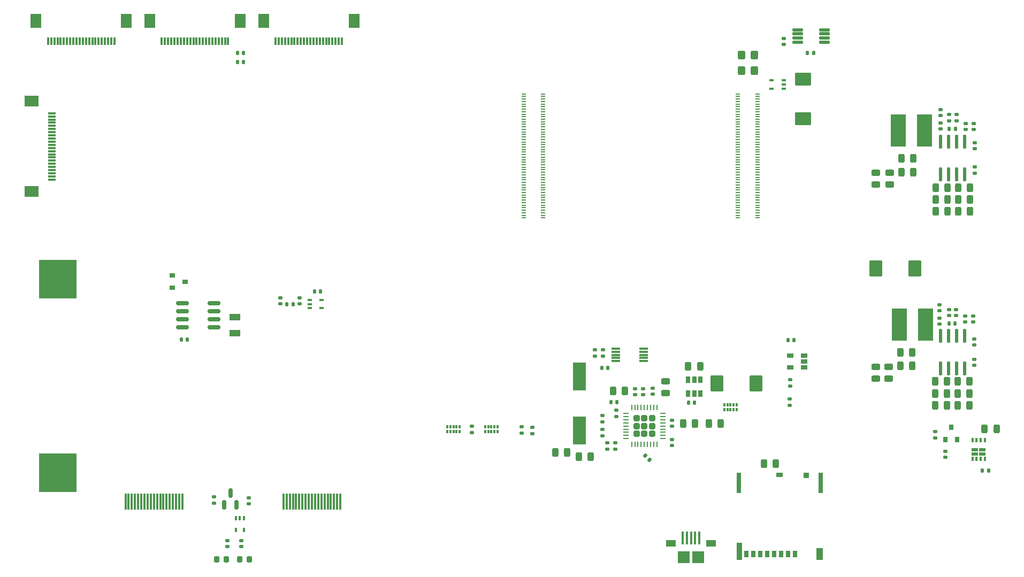
<source format=gbr>
G04 #@! TF.GenerationSoftware,KiCad,Pcbnew,(6.0.7)*
G04 #@! TF.CreationDate,2022-08-11T17:03:55+02:00*
G04 #@! TF.ProjectId,CM4IOv5,434d3449-4f76-4352-9e6b-696361645f70,rev?*
G04 #@! TF.SameCoordinates,Original*
G04 #@! TF.FileFunction,Paste,Top*
G04 #@! TF.FilePolarity,Positive*
%FSLAX46Y46*%
G04 Gerber Fmt 4.6, Leading zero omitted, Abs format (unit mm)*
G04 Created by KiCad (PCBNEW (6.0.7)) date 2022-08-11 17:03:55*
%MOMM*%
%LPD*%
G01*
G04 APERTURE LIST*
G04 Aperture macros list*
%AMRoundRect*
0 Rectangle with rounded corners*
0 $1 Rounding radius*
0 $2 $3 $4 $5 $6 $7 $8 $9 X,Y pos of 4 corners*
0 Add a 4 corners polygon primitive as box body*
4,1,4,$2,$3,$4,$5,$6,$7,$8,$9,$2,$3,0*
0 Add four circle primitives for the rounded corners*
1,1,$1+$1,$2,$3*
1,1,$1+$1,$4,$5*
1,1,$1+$1,$6,$7*
1,1,$1+$1,$8,$9*
0 Add four rect primitives between the rounded corners*
20,1,$1+$1,$2,$3,$4,$5,0*
20,1,$1+$1,$4,$5,$6,$7,0*
20,1,$1+$1,$6,$7,$8,$9,0*
20,1,$1+$1,$8,$9,$2,$3,0*%
G04 Aperture macros list end*
%ADD10R,6.000000X6.150000*%
%ADD11RoundRect,0.147500X0.172500X-0.147500X0.172500X0.147500X-0.172500X0.147500X-0.172500X-0.147500X0*%
%ADD12RoundRect,0.243750X0.243750X0.456250X-0.243750X0.456250X-0.243750X-0.456250X0.243750X-0.456250X0*%
%ADD13RoundRect,0.147500X-0.172500X0.147500X-0.172500X-0.147500X0.172500X-0.147500X0.172500X0.147500X0*%
%ADD14RoundRect,0.147500X-0.147500X-0.172500X0.147500X-0.172500X0.147500X0.172500X-0.147500X0.172500X0*%
%ADD15RoundRect,0.243750X-0.243750X-0.456250X0.243750X-0.456250X0.243750X0.456250X-0.243750X0.456250X0*%
%ADD16RoundRect,0.243750X-0.456250X0.243750X-0.456250X-0.243750X0.456250X-0.243750X0.456250X0.243750X0*%
%ADD17R,0.300000X1.300000*%
%ADD18R,1.800000X2.200000*%
%ADD19RoundRect,0.147500X0.147500X0.172500X-0.147500X0.172500X-0.147500X-0.172500X0.147500X-0.172500X0*%
%ADD20R,0.300000X0.550000*%
%ADD21R,0.400000X0.550000*%
%ADD22RoundRect,0.150000X0.150000X-0.587500X0.150000X0.587500X-0.150000X0.587500X-0.150000X-0.587500X0*%
%ADD23RoundRect,0.218750X0.218750X0.256250X-0.218750X0.256250X-0.218750X-0.256250X0.218750X-0.256250X0*%
%ADD24RoundRect,0.125000X-0.687500X-0.125000X0.687500X-0.125000X0.687500X0.125000X-0.687500X0.125000X0*%
%ADD25RoundRect,0.243750X0.456250X-0.243750X0.456250X0.243750X-0.456250X0.243750X-0.456250X-0.243750X0*%
%ADD26R,2.000000X4.500000*%
%ADD27R,0.650000X0.400000*%
%ADD28RoundRect,0.247500X0.247500X-0.247500X0.247500X0.247500X-0.247500X0.247500X-0.247500X-0.247500X0*%
%ADD29RoundRect,0.062500X0.062500X-0.350000X0.062500X0.350000X-0.062500X0.350000X-0.062500X-0.350000X0*%
%ADD30RoundRect,0.062500X0.350000X-0.062500X0.350000X0.062500X-0.350000X0.062500X-0.350000X-0.062500X0*%
%ADD31R,0.400000X2.000000*%
%ADD32R,1.900000X1.900000*%
%ADD33R,1.500000X1.000000*%
%ADD34R,0.400000X0.650000*%
%ADD35R,1.060000X0.650000*%
%ADD36R,0.300000X2.600000*%
%ADD37R,0.650000X1.060000*%
%ADD38R,1.400000X0.300000*%
%ADD39RoundRect,0.147500X-0.226274X-0.017678X-0.017678X-0.226274X0.226274X0.017678X0.017678X0.226274X0*%
%ADD40R,0.800000X0.900000*%
%ADD41R,2.350000X5.100000*%
%ADD42RoundRect,0.112500X0.112500X-0.962500X0.112500X0.962500X-0.112500X0.962500X-0.112500X-0.962500X0*%
%ADD43RoundRect,0.249999X-0.325001X-0.450001X0.325001X-0.450001X0.325001X0.450001X-0.325001X0.450001X0*%
%ADD44R,0.900000X0.800000*%
%ADD45RoundRect,0.150000X0.825000X0.150000X-0.825000X0.150000X-0.825000X-0.150000X0.825000X-0.150000X0*%
%ADD46R,1.800000X1.000000*%
%ADD47R,0.700000X1.100000*%
%ADD48R,0.900000X0.930000*%
%ADD49R,1.050000X0.780000*%
%ADD50R,0.860000X2.800000*%
%ADD51R,0.700000X3.330000*%
%ADD52R,1.140000X1.830000*%
%ADD53R,1.300000X0.300000*%
%ADD54R,2.200000X1.800000*%
%ADD55R,0.420000X0.700000*%
%ADD56R,1.000000X0.600000*%
%ADD57RoundRect,0.250000X-0.787500X-1.025000X0.787500X-1.025000X0.787500X1.025000X-0.787500X1.025000X0*%
%ADD58RoundRect,0.250000X1.025000X-0.787500X1.025000X0.787500X-1.025000X0.787500X-1.025000X-0.787500X0*%
%ADD59R,0.700000X0.200000*%
G04 APERTURE END LIST*
D10*
X86800000Y-145125000D03*
X86800000Y-114475000D03*
D11*
X152300000Y-138785000D03*
X152300000Y-137815000D03*
D12*
X200387500Y-143750000D03*
X198512500Y-143750000D03*
D11*
X111550000Y-149985000D03*
X111550000Y-149015000D03*
X117000000Y-150085000D03*
X117000000Y-149115000D03*
D13*
X201700000Y-76415000D03*
X201700000Y-77385000D03*
D14*
X233115000Y-144800000D03*
X234085000Y-144800000D03*
D15*
X220262500Y-95400000D03*
X222137500Y-95400000D03*
X220262500Y-97550000D03*
X222137500Y-97550000D03*
D16*
X216250000Y-97650000D03*
X216250000Y-99525000D03*
X218400000Y-97662500D03*
X218400000Y-99537500D03*
D17*
X85250000Y-76850000D03*
X85750000Y-76850000D03*
X86250000Y-76850000D03*
X86750000Y-76850000D03*
X87250000Y-76850000D03*
X87750000Y-76850000D03*
X88250000Y-76850000D03*
X88750000Y-76850000D03*
X89250000Y-76850000D03*
X89750000Y-76850000D03*
X90250000Y-76850000D03*
X90750000Y-76850000D03*
X91250000Y-76850000D03*
X91750000Y-76850000D03*
X92250000Y-76850000D03*
X92750000Y-76850000D03*
X93250000Y-76850000D03*
X93750000Y-76850000D03*
X94250000Y-76850000D03*
X94750000Y-76850000D03*
X95250000Y-76850000D03*
X95750000Y-76850000D03*
D18*
X83350000Y-73600000D03*
X97650000Y-73600000D03*
D17*
X121250000Y-76850000D03*
X121750000Y-76850000D03*
X122250000Y-76850000D03*
X122750000Y-76850000D03*
X123250000Y-76850000D03*
X123750000Y-76850000D03*
X124250000Y-76850000D03*
X124750000Y-76850000D03*
X125250000Y-76850000D03*
X125750000Y-76850000D03*
X126250000Y-76850000D03*
X126750000Y-76850000D03*
X127250000Y-76850000D03*
X127750000Y-76850000D03*
X128250000Y-76850000D03*
X128750000Y-76850000D03*
X129250000Y-76850000D03*
X129750000Y-76850000D03*
X130250000Y-76850000D03*
X130750000Y-76850000D03*
X131250000Y-76850000D03*
X131750000Y-76850000D03*
D18*
X133650000Y-73600000D03*
X119350000Y-73600000D03*
D11*
X113600000Y-156885000D03*
X113600000Y-155915000D03*
D13*
X171800000Y-125715000D03*
X171800000Y-126685000D03*
D19*
X206385000Y-78700000D03*
X205415000Y-78700000D03*
D20*
X156400000Y-137900000D03*
X155900000Y-137900000D03*
D21*
X155400000Y-137900000D03*
D20*
X154900000Y-137900000D03*
X154400000Y-137900000D03*
X154400000Y-138670000D03*
X154900000Y-138670000D03*
D21*
X155400000Y-138670000D03*
D20*
X155900000Y-138670000D03*
X156400000Y-138670000D03*
D22*
X114100000Y-148362500D03*
X115050000Y-150237500D03*
X113150000Y-150237500D03*
D23*
X117137500Y-158900000D03*
X115562500Y-158900000D03*
D24*
X203887500Y-75025000D03*
X203887500Y-75675000D03*
X203887500Y-76325000D03*
X203887500Y-76975000D03*
X208112500Y-76975000D03*
X208112500Y-76325000D03*
X208112500Y-75675000D03*
X208112500Y-75025000D03*
D13*
X173100000Y-125715000D03*
X173100000Y-126685000D03*
X183960000Y-139887000D03*
X183960000Y-140857000D03*
D12*
X176515500Y-132244000D03*
X174640500Y-132244000D03*
D13*
X173000000Y-136115000D03*
X173000000Y-137085000D03*
D25*
X183000000Y-132537500D03*
X183000000Y-130662500D03*
D11*
X173000000Y-139285000D03*
X173000000Y-138315000D03*
D15*
X169262500Y-142600000D03*
X171137500Y-142600000D03*
D12*
X187637500Y-137400000D03*
X185762500Y-137400000D03*
D11*
X175204000Y-136253000D03*
X175204000Y-135283000D03*
D15*
X189825000Y-137400000D03*
X191700000Y-137400000D03*
D12*
X167387500Y-141972980D03*
X165512500Y-141972980D03*
D26*
X169300000Y-138450000D03*
X169300000Y-129950000D03*
D27*
X126668000Y-117822000D03*
X126668000Y-118472000D03*
X126668000Y-119122000D03*
X128568000Y-119122000D03*
X128568000Y-117822000D03*
D28*
X180834000Y-137768000D03*
X178374000Y-138998000D03*
X180834000Y-136538000D03*
X178374000Y-137768000D03*
X179604000Y-138998000D03*
X178374000Y-136538000D03*
X179604000Y-137768000D03*
X180834000Y-138998000D03*
X179604000Y-136538000D03*
D29*
X177604000Y-140705500D03*
X178104000Y-140705500D03*
X178604000Y-140705500D03*
X179104000Y-140705500D03*
X179604000Y-140705500D03*
X180104000Y-140705500D03*
X180604000Y-140705500D03*
X181104000Y-140705500D03*
X181604000Y-140705500D03*
D30*
X182541500Y-139768000D03*
X182541500Y-139268000D03*
X182541500Y-138768000D03*
X182541500Y-138268000D03*
X182541500Y-137768000D03*
X182541500Y-137268000D03*
X182541500Y-136768000D03*
X182541500Y-136268000D03*
X182541500Y-135768000D03*
D29*
X181604000Y-134830500D03*
X181104000Y-134830500D03*
X180604000Y-134830500D03*
X180104000Y-134830500D03*
X179604000Y-134830500D03*
X179104000Y-134830500D03*
X178604000Y-134830500D03*
X178104000Y-134830500D03*
X177604000Y-134830500D03*
D30*
X176666500Y-135768000D03*
X176666500Y-136268000D03*
X176666500Y-136768000D03*
X176666500Y-137268000D03*
X176666500Y-137768000D03*
X176666500Y-138268000D03*
X176666500Y-138768000D03*
X176666500Y-139268000D03*
X176666500Y-139768000D03*
D11*
X125062000Y-118433000D03*
X125062000Y-117463000D03*
X122014000Y-118433000D03*
X122014000Y-117463000D03*
X173725000Y-141410000D03*
X173725000Y-140440000D03*
X178118000Y-132815999D03*
X178118000Y-131845999D03*
D19*
X175301000Y-134022000D03*
X174331000Y-134022000D03*
D11*
X180912000Y-132729000D03*
X180912000Y-131759000D03*
X179388000Y-132815999D03*
X179388000Y-131845999D03*
X161900000Y-138970000D03*
X161900000Y-138000000D03*
X160200000Y-138885000D03*
X160200000Y-137915000D03*
D31*
X185700000Y-155500000D03*
X186350000Y-155500000D03*
X187000000Y-155500000D03*
X187650000Y-155500000D03*
X188300000Y-155500000D03*
D32*
X188150000Y-158550000D03*
X185850000Y-158550000D03*
D33*
X183800000Y-156300000D03*
X190200000Y-156300000D03*
D23*
X113487500Y-158900000D03*
X111912500Y-158900000D03*
D11*
X115800000Y-156885000D03*
X115800000Y-155915000D03*
D34*
X116250000Y-152350000D03*
X115600000Y-152350000D03*
X114950000Y-152350000D03*
X114950000Y-154250000D03*
X116250000Y-154250000D03*
D19*
X124023000Y-118456000D03*
X123053000Y-118456000D03*
X128357000Y-116440000D03*
X127387000Y-116440000D03*
D35*
X204898661Y-128505987D03*
X204898661Y-127555987D03*
X204898661Y-126605987D03*
X202698661Y-126605987D03*
X202698661Y-128505987D03*
D36*
X131500000Y-149720000D03*
X131000000Y-149720000D03*
X130500000Y-149720000D03*
X130000000Y-149720000D03*
X129500000Y-149720000D03*
X129000000Y-149720000D03*
X128500000Y-149720000D03*
X128000000Y-149720000D03*
X127500000Y-149720000D03*
X127000000Y-149720000D03*
X126500000Y-149720000D03*
X126000000Y-149720000D03*
X125500000Y-149720000D03*
X125000000Y-149720000D03*
X124500000Y-149720000D03*
X124000000Y-149720000D03*
X123500000Y-149720000D03*
X123000000Y-149720000D03*
X122500000Y-149720000D03*
X106500000Y-149720000D03*
X106000000Y-149720000D03*
X105500000Y-149720000D03*
X105000000Y-149720000D03*
X104500000Y-149720000D03*
X104000000Y-149720000D03*
X103500000Y-149720000D03*
X103000000Y-149720000D03*
X102500000Y-149720000D03*
X102000000Y-149720000D03*
X101500000Y-149720000D03*
X101000000Y-149720000D03*
X100500000Y-149720000D03*
X100000000Y-149720000D03*
X99500000Y-149720000D03*
X99000000Y-149720000D03*
X98500000Y-149720000D03*
X98000000Y-149720000D03*
X97500000Y-149720000D03*
D19*
X187535000Y-134050000D03*
X186565000Y-134050000D03*
D37*
X188450000Y-130400000D03*
X187500000Y-130400000D03*
X186550000Y-130400000D03*
X186550000Y-132600000D03*
X187500000Y-132600000D03*
X188450000Y-132600000D03*
D38*
X175100000Y-125500000D03*
X175100000Y-126000000D03*
X175100000Y-126500000D03*
X175100000Y-127000000D03*
X175100000Y-127500000D03*
X179500000Y-127500000D03*
X179500000Y-127000000D03*
X179500000Y-126500000D03*
X179500000Y-126000000D03*
X179500000Y-125500000D03*
D39*
X179757053Y-142457053D03*
X180442947Y-143142947D03*
D40*
X229150000Y-139950000D03*
X228200000Y-137950000D03*
X227250000Y-139950000D03*
D13*
X227250000Y-141765000D03*
X227250000Y-142735000D03*
D11*
X226450000Y-88635000D03*
X226450000Y-87665000D03*
X231900000Y-97735000D03*
X231900000Y-96765000D03*
D19*
X228820000Y-90700000D03*
X227850000Y-90700000D03*
D13*
X227800000Y-88465000D03*
X227800000Y-89435000D03*
D41*
X223925000Y-90950000D03*
X219775000Y-90950000D03*
D11*
X226450000Y-90735000D03*
X226450000Y-89765000D03*
D13*
X230500000Y-89865000D03*
X230500000Y-90835000D03*
X231900000Y-92915000D03*
X231900000Y-93885000D03*
D42*
X226495000Y-97912500D03*
X227765000Y-97912500D03*
X229035000Y-97912500D03*
X230305000Y-97912500D03*
X230305000Y-92787500D03*
X229035000Y-92787500D03*
X227765000Y-92787500D03*
X226495000Y-92787500D03*
D13*
X225600000Y-138665000D03*
X225600000Y-139635000D03*
D11*
X229000000Y-89435000D03*
X229000000Y-88465000D03*
D13*
X231750000Y-89865000D03*
X231750000Y-90835000D03*
D19*
X116185000Y-78700000D03*
X115215000Y-78700000D03*
X116185000Y-80100000D03*
X115215000Y-80100000D03*
D20*
X150400000Y-137900000D03*
X149900000Y-137900000D03*
D21*
X149400000Y-137900000D03*
D20*
X148900000Y-137900000D03*
X148400000Y-137900000D03*
X148400000Y-138670000D03*
X148900000Y-138670000D03*
D21*
X149400000Y-138670000D03*
D20*
X149900000Y-138670000D03*
X150400000Y-138670000D03*
X192250000Y-135185000D03*
X192750000Y-135185000D03*
D21*
X193250000Y-135185000D03*
D20*
X193750000Y-135185000D03*
X194250000Y-135185000D03*
X194250000Y-134415000D03*
X193750000Y-134415000D03*
D21*
X193250000Y-134415000D03*
D20*
X192750000Y-134415000D03*
X192250000Y-134415000D03*
D43*
X194975000Y-79000000D03*
X197025000Y-79000000D03*
D27*
X201650000Y-84350000D03*
X201650000Y-83700000D03*
X201650000Y-83050000D03*
X199750000Y-83050000D03*
X199750000Y-84350000D03*
D43*
X194975000Y-81500000D03*
X197025000Y-81500000D03*
D44*
X104900000Y-113950000D03*
X104900000Y-115850000D03*
X106900000Y-114900000D03*
D45*
X111475000Y-122155000D03*
X111475000Y-120885000D03*
X111475000Y-119615000D03*
X111475000Y-118345000D03*
X106525000Y-118345000D03*
X106525000Y-119615000D03*
X106525000Y-120885000D03*
X106525000Y-122155000D03*
D46*
X114850000Y-120550000D03*
X114850000Y-123050000D03*
D13*
X175050000Y-140440000D03*
X175050000Y-141410000D03*
X183975000Y-136840000D03*
X183975000Y-137810000D03*
D47*
X203460000Y-158075000D03*
X202360000Y-158075000D03*
X201260000Y-158075000D03*
X200160000Y-158075000D03*
X199060000Y-158075000D03*
X197960000Y-158075000D03*
X196860000Y-158075000D03*
X195760000Y-158075000D03*
D48*
X205250000Y-145610000D03*
D49*
X200985000Y-145535000D03*
D50*
X194680000Y-157575000D03*
D51*
X194600000Y-146810000D03*
D52*
X207340000Y-158060000D03*
D51*
X207560000Y-146810000D03*
D17*
X103250000Y-76850000D03*
X103750000Y-76850000D03*
X104250000Y-76850000D03*
X104750000Y-76850000D03*
X105250000Y-76850000D03*
X105750000Y-76850000D03*
X106250000Y-76850000D03*
X106750000Y-76850000D03*
X107250000Y-76850000D03*
X107750000Y-76850000D03*
X108250000Y-76850000D03*
X108750000Y-76850000D03*
X109250000Y-76850000D03*
X109750000Y-76850000D03*
X110250000Y-76850000D03*
X110750000Y-76850000D03*
X111250000Y-76850000D03*
X111750000Y-76850000D03*
X112250000Y-76850000D03*
X112750000Y-76850000D03*
X113250000Y-76850000D03*
X113750000Y-76850000D03*
D18*
X115650000Y-73600000D03*
X101350000Y-73600000D03*
D53*
X85850000Y-98750000D03*
X85850000Y-98250000D03*
X85850000Y-97750000D03*
X85850000Y-97250000D03*
X85850000Y-96750000D03*
X85850000Y-96250000D03*
X85850000Y-95750000D03*
X85850000Y-95250000D03*
X85850000Y-94750000D03*
X85850000Y-94250000D03*
X85850000Y-93750000D03*
X85850000Y-93250000D03*
X85850000Y-92750000D03*
X85850000Y-92250000D03*
X85850000Y-91750000D03*
X85850000Y-91250000D03*
X85850000Y-90750000D03*
X85850000Y-90250000D03*
X85850000Y-89750000D03*
X85850000Y-89250000D03*
X85850000Y-88750000D03*
X85850000Y-88250000D03*
D54*
X82600000Y-86350000D03*
X82600000Y-100650000D03*
D55*
X232175000Y-143000000D03*
D56*
X231935000Y-142230000D03*
D55*
X233475000Y-143000000D03*
D56*
X233065000Y-141520000D03*
X233065000Y-142230000D03*
D55*
X232825000Y-143000000D03*
X231525000Y-143000000D03*
D56*
X231935000Y-141520000D03*
D55*
X233475000Y-140000000D03*
X232825000Y-140000000D03*
X232175000Y-140000000D03*
X231525000Y-140000000D03*
D11*
X226350000Y-119547500D03*
X226350000Y-118577500D03*
D16*
X216200000Y-128425000D03*
X216200000Y-130300000D03*
D15*
X220162500Y-126112500D03*
X222037500Y-126112500D03*
D16*
X218300000Y-128425000D03*
X218300000Y-130300000D03*
D15*
X220162500Y-128212500D03*
X222037500Y-128212500D03*
D13*
X231850000Y-123977500D03*
X231850000Y-124947500D03*
D11*
X231850000Y-128147500D03*
X231850000Y-127177500D03*
D13*
X227800000Y-119327500D03*
X227800000Y-120297500D03*
X231650000Y-120327500D03*
X231650000Y-121297500D03*
D19*
X228785000Y-121512500D03*
X227815000Y-121512500D03*
D41*
X224075000Y-121712500D03*
X219925000Y-121712500D03*
D13*
X230350000Y-120327500D03*
X230350000Y-121297500D03*
D42*
X226445000Y-128625000D03*
X227715000Y-128625000D03*
X228985000Y-128625000D03*
X230255000Y-128625000D03*
X230255000Y-123500000D03*
X228985000Y-123500000D03*
X227715000Y-123500000D03*
X226445000Y-123500000D03*
D11*
X226350000Y-121662500D03*
X226350000Y-120692500D03*
X228950000Y-120297500D03*
X228950000Y-119327500D03*
D12*
X188437500Y-128300000D03*
X186562500Y-128300000D03*
D19*
X173850000Y-128550000D03*
X172880000Y-128550000D03*
D57*
X191087500Y-131000000D03*
X197312500Y-131000000D03*
D12*
X227587500Y-100050000D03*
X225712500Y-100050000D03*
D15*
X229262500Y-100050000D03*
X231137500Y-100050000D03*
X229262500Y-101900000D03*
X231137500Y-101900000D03*
D12*
X227587500Y-101900000D03*
X225712500Y-101900000D03*
D15*
X229262500Y-103750000D03*
X231137500Y-103750000D03*
D12*
X227587500Y-103750000D03*
X225712500Y-103750000D03*
X227537500Y-130700000D03*
X225662500Y-130700000D03*
D15*
X229212500Y-130700000D03*
X231087500Y-130700000D03*
D12*
X227537500Y-132600000D03*
X225662500Y-132600000D03*
D15*
X229212500Y-132600000D03*
X231087500Y-132600000D03*
D12*
X227537500Y-134500000D03*
X225662500Y-134500000D03*
D15*
X229212500Y-134500000D03*
X231087500Y-134500000D03*
X233462500Y-138200000D03*
X235337500Y-138200000D03*
D58*
X204700000Y-89112500D03*
X204700000Y-82887500D03*
D57*
X216237500Y-112850000D03*
X222462500Y-112850000D03*
D13*
X202700000Y-130450000D03*
X202700000Y-131420000D03*
D19*
X203285000Y-124200000D03*
X202315000Y-124200000D03*
D13*
X202650000Y-133500000D03*
X202650000Y-134470000D03*
D59*
X197500000Y-104800000D03*
X194420000Y-104800000D03*
X197500000Y-104400000D03*
X194420000Y-104400000D03*
X197500000Y-104000000D03*
X194420000Y-104000000D03*
X197500000Y-103600000D03*
X194420000Y-103600000D03*
X197500000Y-103200000D03*
X194420000Y-103200000D03*
X197500000Y-102800000D03*
X194420000Y-102800000D03*
X197500000Y-102400000D03*
X194420000Y-102400000D03*
X197500000Y-102000000D03*
X194420000Y-102000000D03*
X197500000Y-101600000D03*
X194420000Y-101600000D03*
X197500000Y-101200000D03*
X194420000Y-101200000D03*
X197500000Y-100800000D03*
X194420000Y-100800000D03*
X197500000Y-100400000D03*
X194420000Y-100400000D03*
X197500000Y-100000000D03*
X194420000Y-100000000D03*
X197500000Y-99600000D03*
X194420000Y-99600000D03*
X197500000Y-99200000D03*
X194420000Y-99200000D03*
X197500000Y-98800000D03*
X194420000Y-98800000D03*
X197500000Y-98400000D03*
X194420000Y-98400000D03*
X197500000Y-98000000D03*
X194420000Y-98000000D03*
X197500000Y-97600000D03*
X194420000Y-97600000D03*
X197500000Y-97200000D03*
X194420000Y-97200000D03*
X197500000Y-96800000D03*
X194420000Y-96800000D03*
X197500000Y-96400000D03*
X194420000Y-96400000D03*
X197500000Y-96000000D03*
X194420000Y-96000000D03*
X197500000Y-95600000D03*
X194420000Y-95600000D03*
X197500000Y-95200000D03*
X194420000Y-95200000D03*
X197500000Y-94800000D03*
X194420000Y-94800000D03*
X197500000Y-94400000D03*
X194420000Y-94400000D03*
X197500000Y-94000000D03*
X194420000Y-94000000D03*
X197500000Y-93600000D03*
X194420000Y-93600000D03*
X197500000Y-93200000D03*
X194420000Y-93200000D03*
X197500000Y-92800000D03*
X194420000Y-92800000D03*
X197500000Y-92400000D03*
X194420000Y-92400000D03*
X197500000Y-92000000D03*
X194420000Y-92000000D03*
X197500000Y-91600000D03*
X194420000Y-91600000D03*
X197500000Y-91200000D03*
X194420000Y-91200000D03*
X197500000Y-90800000D03*
X194420000Y-90800000D03*
X197500000Y-90400000D03*
X194420000Y-90400000D03*
X197500000Y-90000000D03*
X194420000Y-90000000D03*
X197500000Y-89600000D03*
X194420000Y-89600000D03*
X197500000Y-89200000D03*
X194420000Y-89200000D03*
X197500000Y-88800000D03*
X194420000Y-88800000D03*
X197500000Y-88400000D03*
X194420000Y-88400000D03*
X197500000Y-88000000D03*
X194420000Y-88000000D03*
X197500000Y-87600000D03*
X194420000Y-87600000D03*
X197500000Y-87200000D03*
X194420000Y-87200000D03*
X197500000Y-86800000D03*
X194420000Y-86800000D03*
X197500000Y-86400000D03*
X194420000Y-86400000D03*
X197500000Y-86000000D03*
X194420000Y-86000000D03*
X197500000Y-85600000D03*
X194420000Y-85600000D03*
X197500000Y-85200000D03*
X194420000Y-85200000D03*
X163580000Y-104800000D03*
X160500000Y-104800000D03*
X163580000Y-104400000D03*
X160500000Y-104400000D03*
X163580000Y-104000000D03*
X160500000Y-104000000D03*
X163580000Y-103600000D03*
X160500000Y-103600000D03*
X163580000Y-103200000D03*
X160500000Y-103200000D03*
X163580000Y-102800000D03*
X160500000Y-102800000D03*
X163580000Y-102400000D03*
X160500000Y-102400000D03*
X163580000Y-102000000D03*
X160500000Y-102000000D03*
X163580000Y-101600000D03*
X160500000Y-101600000D03*
X163580000Y-101200000D03*
X160500000Y-101200000D03*
X163580000Y-100800000D03*
X160500000Y-100800000D03*
X163580000Y-100400000D03*
X160500000Y-100400000D03*
X163580000Y-100000000D03*
X160500000Y-100000000D03*
X163580000Y-99600000D03*
X160500000Y-99600000D03*
X163580000Y-99200000D03*
X160500000Y-99200000D03*
X163580000Y-98800000D03*
X160500000Y-98800000D03*
X163580000Y-98400000D03*
X160500000Y-98400000D03*
X163580000Y-98000000D03*
X160500000Y-98000000D03*
X163580000Y-97600000D03*
X160500000Y-97600000D03*
X163580000Y-97200000D03*
X160500000Y-97200000D03*
X163580000Y-96800000D03*
X160500000Y-96800000D03*
X163580000Y-96400000D03*
X160500000Y-96400000D03*
X163580000Y-96000000D03*
X160500000Y-96000000D03*
X163580000Y-95600000D03*
X160500000Y-95600000D03*
X163580000Y-95200000D03*
X160500000Y-95200000D03*
X163580000Y-94800000D03*
X160500000Y-94800000D03*
X163580000Y-94400000D03*
X160500000Y-94400000D03*
X163580000Y-94000000D03*
X160500000Y-94000000D03*
X163580000Y-93600000D03*
X160500000Y-93600000D03*
X163580000Y-93200000D03*
X160500000Y-93200000D03*
X163580000Y-92800000D03*
X160500000Y-92800000D03*
X163580000Y-92400000D03*
X160500000Y-92400000D03*
X163580000Y-92000000D03*
X160500000Y-92000000D03*
X163580000Y-91600000D03*
X160500000Y-91600000D03*
X163580000Y-91200000D03*
X160500000Y-91200000D03*
X163580000Y-90800000D03*
X160500000Y-90800000D03*
X163580000Y-90400000D03*
X160500000Y-90400000D03*
X163580000Y-90000000D03*
X160500000Y-90000000D03*
X163580000Y-89600000D03*
X160500000Y-89600000D03*
X163580000Y-89200000D03*
X160500000Y-89200000D03*
X163580000Y-88800000D03*
X160500000Y-88800000D03*
X163580000Y-88400000D03*
X160500000Y-88400000D03*
X163580000Y-88000000D03*
X160500000Y-88000000D03*
X163580000Y-87600000D03*
X160500000Y-87600000D03*
X163580000Y-87200000D03*
X160500000Y-87200000D03*
X163580000Y-86800000D03*
X160500000Y-86800000D03*
X163580000Y-86400000D03*
X160500000Y-86400000D03*
X163580000Y-86000000D03*
X160500000Y-86000000D03*
X163580000Y-85600000D03*
X160500000Y-85600000D03*
X163580000Y-85200000D03*
X160500000Y-85200000D03*
D14*
X106315000Y-124100000D03*
X107285000Y-124100000D03*
M02*

</source>
